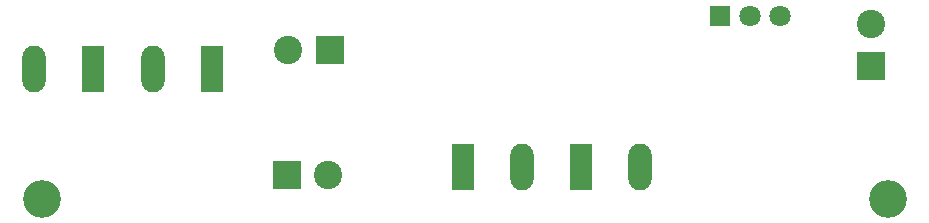
<source format=gbr>
%TF.GenerationSoftware,KiCad,Pcbnew,(5.1.10-1-10_14)*%
%TF.CreationDate,2021-07-05T16:18:31+02:00*%
%TF.ProjectId,cablebot_power,6361626c-6562-46f7-945f-706f7765722e,rev?*%
%TF.SameCoordinates,Original*%
%TF.FileFunction,Soldermask,Bot*%
%TF.FilePolarity,Negative*%
%FSLAX46Y46*%
G04 Gerber Fmt 4.6, Leading zero omitted, Abs format (unit mm)*
G04 Created by KiCad (PCBNEW (5.1.10-1-10_14)) date 2021-07-05 16:18:31*
%MOMM*%
%LPD*%
G01*
G04 APERTURE LIST*
%ADD10C,3.200000*%
%ADD11C,2.400000*%
%ADD12R,2.400000X2.400000*%
%ADD13O,1.980000X3.960000*%
%ADD14R,1.980000X3.960000*%
%ADD15C,1.800000*%
%ADD16R,1.800000X1.800000*%
G04 APERTURE END LIST*
D10*
%TO.C,H2*%
X121400000Y-109675000D03*
%TD*%
%TO.C,H1*%
X193075000Y-109675000D03*
%TD*%
D11*
%TO.C,J6*%
X145650000Y-107650000D03*
D12*
X142150000Y-107650000D03*
%TD*%
D13*
%TO.C,SW1*%
X120725000Y-98650000D03*
D14*
X125725000Y-98650000D03*
%TD*%
D15*
%TO.C,U1*%
X183930000Y-94175000D03*
X181390000Y-94175000D03*
D16*
X178850000Y-94175000D03*
%TD*%
D11*
%TO.C,J5*%
X142275000Y-97105000D03*
D12*
X145775000Y-97105000D03*
%TD*%
D11*
%TO.C,J4*%
X191570000Y-94900000D03*
D12*
X191570000Y-98400000D03*
%TD*%
D13*
%TO.C,J3*%
X130780000Y-98650000D03*
D14*
X135780000Y-98650000D03*
%TD*%
D13*
%TO.C,J2*%
X172025000Y-107025000D03*
D14*
X167025000Y-107025000D03*
%TD*%
D13*
%TO.C,J1*%
X162025000Y-107025000D03*
D14*
X157025000Y-107025000D03*
%TD*%
M02*

</source>
